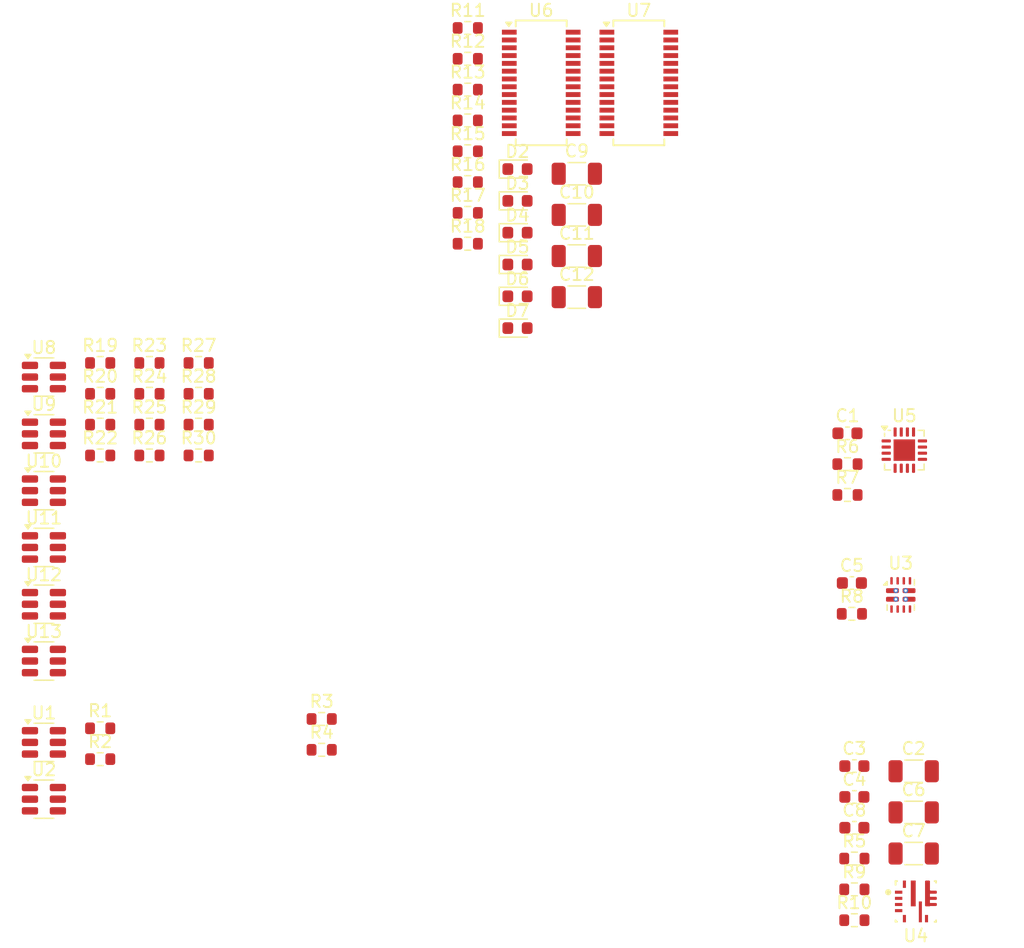
<source format=kicad_pcb>
(kicad_pcb (version 20241229) (generator "pcbnew") (generator_version "9.0")
  (layers (0 "F.Cu" signal) (2 "B.Cu" signal) (13 "F.Paste" user) (15 "B.Paste" user) (5 "F.SilkS" user "F.Silkscreen") (7 "B.SilkS" user "B.Silkscreen") (1 "F.Mask" user) (3 "B.Mask" user) (25 "Edge.Cuts" user))
  (net 0 "")
  (net 1 "/Power management/PD_VBUS")
  (net 2 "GND")
  (net 3 "/Power management/VOUT")
  (net 4 "Net-(U4-SW)")
  (net 5 "Net-(U4-BOOT)")
  (net 6 "Net-(U3-SS)")
  (net 7 "/Downstream-facing ports/DFP_VBUS")
  (net 8 "Net-(U4-SS)")
  (net 9 "Net-(U6-VD33)")
  (net 10 "Net-(U6-VD18)")
  (net 11 "Net-(U7-VD33)")
  (net 12 "Net-(U7-VD18)")
  (net 13 "/USB hub/HUB1_DRV")
  (net 14 "Net-(D2-K)")
  (net 15 "Net-(D3-K)")
  (net 16 "/USB hub/HUB2_DRV")
  (net 17 "Net-(D6-K)")
  (net 18 "Net-(D10-A)")
  (net 19 "/Upstream-facing ports/CC1")
  (net 20 "/Upstream-facing ports/CC2")
  (net 21 "Net-(D1-A)")
  (net 22 "/Power management/GATE")
  (net 23 "Net-(U4-FB)")
  (net 24 "Net-(U5-SDA{slash}SNK_VSET)")
  (net 25 "Net-(U5-SCL{slash}SNK_ISET)")
  (net 26 "Net-(U3-ILIM)")
  (net 27 "Net-(U4-MODE)")
  (net 28 "/USB hub/HUB1_LED1")
  (net 29 "/USB hub/HUB2_LED1")
  (net 30 "/USB hub/HUB1_LED2")
  (net 31 "/USB hub/HUB2_LED2")
  (net 32 "Net-(D9-K)")
  (net 33 "Net-(D11-K)")
  (net 34 "Net-(U6-REXT)")
  (net 35 "Net-(U7-REXT)")
  (net 36 "/Downstream-facing ports/P1CC1")
  (net 37 "/Downstream-facing ports/P1CC2")
  (net 38 "/Downstream-facing ports/P2CC1")
  (net 39 "/Downstream-facing ports/P2CC2")
  (net 40 "/Downstream-facing ports/P3CC1")
  (net 41 "/Downstream-facing ports/P3CC2")
  (net 42 "/Downstream-facing ports/P4CC1")
  (net 43 "/Downstream-facing ports/P4CC2")
  (net 44 "/Downstream-facing ports/P5CC1")
  (net 45 "/Downstream-facing ports/P5CC2")
  (net 46 "/Downstream-facing ports/P6CC1")
  (net 47 "/Downstream-facing ports/P6CC2")
  (net 48 "/Power management/PD_CC2")
  (net 49 "/Power management/PD_D+")
  (net 50 "/Power management/PD_CC1")
  (net 51 "/Power management/PD_D-")
  (net 52 "/USB hub/USB_D+")
  (net 53 "/Power management/UFP_VBUS")
  (net 54 "/USB hub/USB_D-")
  (net 55 "/Power management/PD_SYS")
  (net 65 "/Downstream-facing ports/DFP2_D+")
  (net 66 "/Downstream-facing ports/DFP1_D+")
  (net 67 "/Downstream-facing ports/DFP3_D+")
  (net 68 "/Downstream-facing ports/DFP3_D-")
  (net 70 "/USB hub/CHAIN_D+")
  (net 74 "/Downstream-facing ports/DFP2_D-")
  (net 75 "Net-(U6-XIN)")
  (net 77 "/Downstream-facing ports/DFP1_D-")
  (net 78 "/USB hub/CHAIN_D-")
  (net 79 "Net-(U6-XOUT)")
  (net 81 "/Downstream-facing ports/DFP4_D-")
  (net 82 "/Downstream-facing ports/DFP6_D-")
  (net 85 "/Downstream-facing ports/DFP6_D+")
  (net 86 "Net-(U7-XIN)")
  (net 89 "/Downstream-facing ports/DFP5_D+")
  (net 90 "/Downstream-facing ports/DFP4_D+")
  (net 93 "/Downstream-facing ports/DFP5_D-")
  (net 94 "Net-(U7-XOUT)")
  (footprint "Package_TO_SOT_SMD:SOT-23-6" (layer "F.Cu") (at 111.34 96.709)
    (property "Reference" "U1" (at 0 -2.4 0) (layer "F.SilkS"))
    (property "Value" "SRV05-4")
    (pad "1" smd roundrect (at -1.1375 -0.95) (size 1.325 0.6) (layers "F.Cu" "F.Mask" "F.Paste") (net 50 "/Power management/PD_CC1"))
    (pad "2" smd roundrect (at -1.1375 0) (size 1.325 0.6) (layers "F.Cu" "F.Mask" "F.Paste") (net 2 "GND"))
    (pad "3" smd roundrect (at -1.1375 0.95) (size 1.325 0.6) (layers "F.Cu" "F.Mask" "F.Paste") (net 48 "/Power management/PD_CC2"))
    (pad "4" smd roundrect (at 1.1375 0.95) (size 1.325 0.6) (layers "F.Cu" "F.Mask" "F.Paste") (net 51 "/Power management/PD_D-"))
    (pad "5" smd roundrect (at 1.1375 0) (size 1.325 0.6) (layers "F.Cu" "F.Mask" "F.Paste") (net 1 "/Power management/PD_VBUS"))
    (pad "6" smd roundrect (at 1.1375 -0.95) (size 1.325 0.6) (layers "F.Cu" "F.Mask" "F.Paste") (net 49 "/Power management/PD_D+"))
  )
  (footprint "Resistor_SMD:R_0603_1608Metric" (layer "F.Cu") (at 115.92 73.344)
    (property "Reference" "R22" (at 0 -1.43 0) (layer "F.SilkS"))
    (property "Value" "22kΩ")
    (pad "1" smd roundrect (at -0.825 0) (size 0.8 0.95) (layers "F.Cu" "F.Mask" "F.Paste") (net 7 "/Downstream-facing ports/DFP_VBUS"))
    (pad "2" smd roundrect (at 0.825 0) (size 0.8 0.95) (layers "F.Cu" "F.Mask" "F.Paste") (net 39 "/Downstream-facing ports/P2CC2"))
  )
  (footprint "Resistor_SMD:R_0603_1608Metric" (layer "F.Cu") (at 115.92 68.324)
    (property "Reference" "R20" (at 0 -1.43 0) (layer "F.SilkS"))
    (property "Value" "22kΩ")
    (pad "1" smd roundrect (at -0.825 0) (size 0.8 0.95) (layers "F.Cu" "F.Mask" "F.Paste") (net 7 "/Downstream-facing ports/DFP_VBUS"))
    (pad "2" smd roundrect (at 0.825 0) (size 0.8 0.95) (layers "F.Cu" "F.Mask" "F.Paste") (net 37 "/Downstream-facing ports/P1CC2"))
  )
  (footprint "Resistor_SMD:R_0603_1608Metric" (layer "F.Cu") (at 145.855 43.552)
    (property "Reference" "R13" (at 0 -1.43 0) (layer "F.SilkS"))
    (property "Value" "?Ω")
    (pad "1" smd roundrect (at -0.825 0) (size 0.8 0.95) (layers "F.Cu" "F.Mask" "F.Paste") (net 30 "/USB hub/HUB1_LED2"))
    (pad "2" smd roundrect (at 0.825 0) (size 0.8 0.95) (layers "F.Cu" "F.Mask" "F.Paste") (net 17 "Net-(D6-K)"))
  )
  (footprint "Capacitor_SMD:C_1206_3216Metric" (layer "F.Cu") (at 154.735 60.452)
    (property "Reference" "C12" (at 0 -1.85 0) (layer "F.SilkS"))
    (property "Value" "10μF")
    (pad "1" smd roundrect (at -1.475 0) (size 1.15 1.8) (layers "F.Cu" "F.Mask" "F.Paste") (roundrect_rratio 0.217391) (net 2 "GND"))
    (pad "2" smd roundrect (at 1.475 0) (size 1.15 1.8) (layers "F.Cu" "F.Mask" "F.Paste") (roundrect_rratio 0.217391) (net 12 "Net-(U7-VD18)"))
  )
  (footprint "Resistor_SMD:R_0603_1608Metric" (layer "F.Cu") (at 133.96 94.804)
    (property "Reference" "R3" (at 0 -1.43 0) (layer "F.SilkS"))
    (property "Value" "~")
    (pad "1" smd roundrect (at -0.825 0) (size 0.8 0.95) (layers "F.Cu" "F.Mask" "F.Paste") (net 1 "/Power management/PD_VBUS"))
    (pad "2" smd roundrect (at 0.825 0) (size 0.8 0.95) (layers "F.Cu" "F.Mask" "F.Paste") (net 21 "Net-(D1-A)"))
  )
  (footprint "LED_SMD:LED_0603_1608Metric" (layer "F.Cu") (at 149.905 50.022)
    (property "Reference" "D2" (at 0 -1.43 0) (layer "F.SilkS"))
    (property "Value" "DFP1")
    (pad "1" smd roundrect (at -0.7875 0) (size 0.875 0.95) (layers "F.Cu" "F.Mask" "F.Paste") (net 14 "Net-(D2-K)"))
    (pad "2" smd roundrect (at 0.7875 0) (size 0.875 0.95) (layers "F.Cu" "F.Mask" "F.Paste") (net 13 "/USB hub/HUB1_DRV"))
  )
  (footprint "Resistor_SMD:R_0603_1608Metric" (layer "F.Cu") (at 177.337 106.17)
    (property "Reference" "R5" (at 0 -1.43 0) (layer "F.SilkS"))
    (property "Value" "73.2kΩ")
    (pad "1" smd roundrect (at -0.825 0) (size 0.8 0.95) (layers "F.Cu" "F.Mask" "F.Paste") (net 7 "/Downstream-facing ports/DFP_VBUS"))
    (pad "2" smd roundrect (at 0.825 0) (size 0.8 0.95) (layers "F.Cu" "F.Mask" "F.Paste") (net 23 "Net-(U4-FB)"))
  )
  (footprint "Capacitor_SMD:C_0603_1608Metric" (layer "F.Cu") (at 177.134 83.732)
    (property "Reference" "C5" (at 0 -1.43 0) (layer "F.SilkS"))
    (property "Value" "0.1μF")
    (pad "1" smd roundrect (at -0.775 0) (size 0.9 0.95) (layers "F.Cu" "F.Mask" "F.Paste") (net 6 "Net-(U3-SS)"))
    (pad "2" smd roundrect (at 0.775 0) (size 0.9 0.95) (layers "F.Cu" "F.Mask" "F.Paste") (net 2 "GND"))
  )
  (footprint "Capacitor_SMD:C_0603_1608Metric" (layer "F.Cu") (at 176.775 71.54)
    (property "Reference" "C1" (at 0 -1.43 0) (layer "F.SilkS"))
    (property "Value" "1μF")
    (pad "1" smd roundrect (at -0.775 0) (size 0.9 0.95) (layers "F.Cu" "F.Mask" "F.Paste") (net 1 "/Power management/PD_VBUS"))
    (pad "2" smd roundrect (at 0.775 0) (size 0.9 0.95) (layers "F.Cu" "F.Mask" "F.Paste") (net 2 "GND"))
  )
  (footprint "Resistor_SMD:R_0603_1608Metric" (layer "F.Cu") (at 133.96 97.314)
    (property "Reference" "R4" (at 0 -1.43 0) (layer "F.SilkS"))
    (property "Value" "~")
    (pad "1" smd roundrect (at -0.825 0) (size 0.8 0.95) (layers "F.Cu" "F.Mask" "F.Paste") (net 21 "Net-(D1-A)"))
    (pad "2" smd roundrect (at 0.825 0) (size 0.8 0.95) (layers "F.Cu" "F.Mask" "F.Paste") (net 22 "/Power management/GATE"))
  )
  (footprint "Resistor_SMD:R_0603_1608Metric" (layer "F.Cu") (at 177.337 108.68)
    (property "Reference" "R9" (at 0 -1.43 0) (layer "F.SilkS"))
    (property "Value" "10kΩ")
    (pad "1" smd roundrect (at -0.825 0) (size 0.8 0.95) (layers "F.Cu" "F.Mask" "F.Paste") (net 23 "Net-(U4-FB)"))
    (pad "2" smd roundrect (at 0.825 0) (size 0.8 0.95) (layers "F.Cu" "F.Mask" "F.Paste") (net 2 "GND"))
  )
  (footprint "Package_TO_SOT_SMD:SOT-23-6" (layer "F.Cu") (at 111.34 76.209)
    (property "Reference" "U10" (at 0 -2.4 0) (layer "F.SilkS"))
    (property "Value" "SRV05-4")
    (pad "1" smd roundrect (at -1.1375 -0.95) (size 1.325 0.6) (layers "F.Cu" "F.Mask" "F.Paste") (net 68 "/Downstream-facing ports/DFP3_D-"))
    (pad "2" smd roundrect (at -1.1375 0) (size 1.325 0.6) (layers "F.Cu" "F.Mask" "F.Paste") (net 2 "GND"))
    (pad "3" smd roundrect (at -1.1375 0.95) (size 1.325 0.6) (layers "F.Cu" "F.Mask" "F.Paste") (net 67 "/Downstream-facing ports/DFP3_D+"))
    (pad "4" smd roundrect (at 1.1375 0.95) (size 1.325 0.6) (layers "F.Cu" "F.Mask" "F.Paste") (net 40 "/Downstream-facing ports/P3CC1"))
    (pad "5" smd roundrect (at 1.1375 0) (size 1.325 0.6) (layers "F.Cu" "F.Mask" "F.Paste") (net 7 "/Downstream-facing ports/DFP_VBUS"))
    (pad "6" smd roundrect (at 1.1375 -0.95) (size 1.325 0.6) (layers "F.Cu" "F.Mask" "F.Paste") (net 41 "/Downstream-facing ports/P3CC2"))
  )
  (footprint "Resistor_SMD:R_0603_1608Metric" (layer "F.Cu") (at 176.775 76.56)
    (property "Reference" "R7" (at 0 -1.43 0) (layer "F.SilkS"))
    (property "Value" "21kΩ")
    (pad "1" smd roundrect (at -0.825 0) (size 0.8 0.95) (layers "F.Cu" "F.Mask" "F.Paste") (net 25 "Net-(U5-SCL{slash}SNK_ISET)"))
    (pad "2" smd roundrect (at 0.825 0) (size 0.8 0.95) (layers "F.Cu" "F.Mask" "F.Paste") (net 2 "GND"))
  )
  (footprint "Package_TO_SOT_SMD:SOT-23-6" (layer "F.Cu") (at 111.34 90.084)
    (property "Reference" "U13" (at 0 -2.4 0) (layer "F.SilkS"))
    (property "Value" "SRV05-4")
    (pad "1" smd roundrect (at -1.1375 -0.95) (size 1.325 0.6) (layers "F.Cu" "F.Mask" "F.Paste") (net 82 "/Downstream-facing ports/DFP6_D-"))
    (pad "2" smd roundrect (at -1.1375 0) (size 1.325 0.6) (layers "F.Cu" "F.Mask" "F.Paste") (net 2 "GND"))
    (pad "3" smd roundrect (at -1.1375 0.95) (size 1.325 0.6) (layers "F.Cu" "F.Mask" "F.Paste") (net 85 "/Downstream-facing ports/DFP6_D+"))
    (pad "4" smd roundrect (at 1.1375 0.95) (size 1.325 0.6) (layers "F.Cu" "F.Mask" "F.Paste") (net 46 "/Downstream-facing ports/P6CC1"))
    (pad "5" smd roundrect (at 1.1375 0) (size 1.325 0.6) (layers "F.Cu" "F.Mask" "F.Paste") (net 7 "/Downstream-facing ports/DFP_VBUS"))
    (pad "6" smd roundrect (at 1.1375 -0.95) (size 1.325 0.6) (layers "F.Cu" "F.Mask" "F.Paste") (net 47 "/Downstream-facing ports/P6CC2"))
  )
  (footprint "Package_TO_SOT_SMD:SOT-23-6" (layer "F.Cu") (at 111.34 80.834)
    (property "Reference" "U11" (at 0 -2.4 0) (layer "F.SilkS"))
    (property "Value" "SRV05-4")
    (pad "1" smd roundrect (at -1.1375 -0.95) (size 1.325 0.6) (layers "F.Cu" "F.Mask" "F.Paste") (net 81 "/Downstream-facing ports/DFP4_D-"))
    (pad "2" smd roundrect (at -1.1375 0) (size 1.325 0.6) (layers "F.Cu" "F.Mask" "F.Paste") (net 2 "GND"))
    (pad "3" smd roundrect (at -1.1375 0.95) (size 1.325 0.6) (layers "F.Cu" "F.Mask" "F.Paste") (net 90 "/Downstream-facing ports/DFP4_D+"))
    (pad "4" smd roundrect (at 1.1375 0.95) (size 1.325 0.6) (layers "F.Cu" "F.Mask" "F.Paste") (net 42 "/Downstream-facing ports/P4CC1"))
    (pad "5" smd roundrect (at 1.1375 0) (size 1.325 0.6) (layers "F.Cu" "F.Mask" "F.Paste") (net 7 "/Downstream-facing ports/DFP_VBUS"))
    (pad "6" smd roundrect (at 1.1375 -0.95) (size 1.325 0.6) (layers "F.Cu" "F.Mask" "F.Paste") (net 43 "/Downstream-facing ports/P4CC2"))
  )
  (footprint "LED_SMD:LED_0603_1608Metric" (layer "F.Cu") (at 149.905 57.792)
    (property "Reference" "D5" (at 0 -1.43 0) (layer "F.SilkS"))
    (property "Value" "DFP5")
    (pad "1" smd roundrect (at -0.7875 0) (size 0.875 0.95) (layers "F.Cu" "F.Mask" "F.Paste") (net 16 "/USB hub/HUB2_DRV"))
    (pad "2" smd roundrect (at 0.7875 0) (size 0.875 0.95) (layers "F.Cu" "F.Mask" "F.Paste") (net 15 "Net-(D3-K)"))
  )
  (footprint "Resistor_SMD:R_0603_1608Metric" (layer "F.Cu") (at 123.94 65.814)
    (property "Reference" "R27" (at 0 -1.43 0) (layer "F.SilkS"))
    (property "Value" "22kΩ")
    (pad "1" smd roundrect (at -0.825 0) (size 0.8 0.95) (layers "F.Cu" "F.Mask" "F.Paste") (net 7 "/Downstream-facing ports/DFP_VBUS"))
    (pad "2" smd roundrect (at 0.825 0) (size 0.8 0.95) (layers "F.Cu" "F.Mask" "F.Paste") (net 44 "/Downstream-facing ports/P5CC1"))
  )
  (footprint "Capacitor_SMD:C_1206_3216Metric" (layer "F.Cu") (at 154.735 53.752)
    (property "Reference" "C10" (at 0 -1.85 0) (layer "F.SilkS"))
    (property "Value" "10μF")
    (pad "1" smd roundrect (at -1.475 0) (size 1.15 1.8) (layers "F.Cu" "F.Mask" "F.Paste") (roundrect_rratio 0.217391) (net 2 "GND"))
    (pad "2" smd roundrect (at 1.475 0) (size 1.15 1.8) (layers "F.Cu" "F.Mask" "F.Paste") (roundrect_rratio 0.217391) (net 10 "Net-(U6-VD18)"))
  )
  (footprint "Resistor_SMD:R_0603_1608Metric" (layer "F.Cu") (at 123.94 70.834)
    (property "Reference" "R29" (at 0 -1.43 0) (layer "F.SilkS"))
    (property "Value" "22kΩ")
    (pad "1" smd roundrect (at -0.825 0) (size 0.8 0.95) (layers "F.Cu" "F.Mask" "F.Paste") (net 7 "/Downstream-facing ports/DFP_VBUS"))
    (pad "2" smd roundrect (at 0.825 0) (size 0.8 0.95) (layers "F.Cu" "F.Mask" "F.Paste") (net 46 "/Downstream-facing ports/P6CC1"))
  )
  (footprint "Resistor_SMD:R_0603_1608Metric" (layer "F.Cu") (at 115.92 65.814)
    (property "Reference" "R19" (at 0 -1.43 0) (layer "F.SilkS"))
    (property "Value" "22kΩ")
    (pad "1" smd roundrect (at -0.825 0) (size 0.8 0.95) (layers "F.Cu" "F.Mask" "F.Paste") (net 7 "/Downstream-facing ports/DFP_VBUS"))
    (pad "2" smd roundrect (at 0.825 0) (size 0.8 0.95) (layers "F.Cu" "F.Mask" "F.Paste") (net 36 "/Downstream-facing ports/P1CC1"))
  )
  (footprint "Package_TO_SOT_SMD:SOT-23-6" (layer "F.Cu") (at 111.34 66.959)
    (property "Reference" "U8" (at 0 -2.4 0) (layer "F.SilkS"))
    (property "Value" "SRV05-4")
    (pad "1" smd roundrect (at -1.1375 -0.95) (size 1.325 0.6) (layers "F.Cu" "F.Mask" "F.Paste") (net 77 "/Downstream-facing ports/DFP1_D-"))
    (pad "2" smd roundrect (at -1.1375 0) (size 1.325 0.6) (layers "F.Cu" "F.Mask" "F.Paste") (net 2 "GND"))
    (pad "3" smd roundrect (at -1.1375 0.95) (size 1.325 0.6) (layers "F.Cu" "F.Mask" "F.Paste") (net 66 "/Downstream-facing ports/DFP1_D+"))
    (pad "4" smd roundrect (at 1.1375 0.95) (size 1.325 0.6) (layers "F.Cu" "F.Mask" "F.Paste") (net 36 "/Downstream-facing ports/P1CC1"))
    (pad "5" smd roundrect (at 1.1375 0) (size 1.325 0.6) (layers "F.Cu" "F.Mask" "F.Paste") (net 7 "/Downstream-facing ports/DFP_VBUS"))
    (pad "6" smd roundrect (at 1.1375 -0.95) (size 1.325 0.6) (layers "F.Cu" "F.Mask" "F.Paste") (net 37 "/Downstream-facing ports/P1CC2"))
  )
  (footprint "Package_DFN_QFN:Texas_VQFN-HR-12_2x2.5mm_P0.5mm_ThermalVias" (layer "F.Cu") (at 181.114 84.702)
    (property "Reference" "U3" (at 0 -2.58 0) (layer "F.SilkS"))
    (property "Value" "TPS2121")
    (pad "1" smd roundrect (at -0.675 -0.35) (size 1.05 0.4) (layers "F.Cu" "F.Mask" "F.Paste") (net 3 "/Power management/VOUT"))
    (pad "1" thru_hole circle (at -0.4 -0.35) (size 0.4 0.4) (drill 0.2) (layers "*.Cu") (net 3 "/Power management/VOUT"))
    (pad "2" smd roundrect (at -0.675 0.35) (size 1.05 0.4) (layers "F.Cu" "F.Mask" "F.Paste") (net 53 "/Power management/UFP_VBUS"))
    (pad "2" thru_hole circle (at -0.4 0.35) (size 0.4 0.4) (drill 0.2) (layers "*.Cu") (net 53 "/Power management/UFP_VBUS"))
    (pad "3" smd roundrect (at -0.75 1.15) (size 0.2 0.6) (layers "F.Cu" "F.Mask" "F.Paste") (net 2 "GND"))
    (pad "4" smd roundrect (at -0.25 1.15) (size 0.2 0.6) (layers "F.Cu" "F.Mask" "F.Paste") (net 2 "GND"))
    (pad "5" smd roundrect (at 0.25 1.15) (size 0.2 0.6) (layers "F.Cu" "F.Mask" "F.Paste") (net 2 "GND"))
    (pad "6" smd roundrect (at 0.75 1.15) (size 0.2 0.6) (layers "F.Cu" "F.Mask" "F.Paste") (net 2 "GND"))
    (pad "7" thru_hole circle (at 0.4 0.35) (size 0.4 0.4) (drill 0.2) (layers "*.Cu") (net 55 "/Power management/PD_SYS"))
    (pad "7" smd roundrect (at 0.675 0.35) (size 1.05 0.4) (layers "F.Cu" "F.Mask" "F.Paste") (net 55 "/Power management/PD_SYS"))
    (pad "8" thru_hole circle (at 0.4 -0.35) (size 0.4 0.4) (drill 0.2) (layers "*.Cu") (net 3 "/Power management/VOUT"))
    (pad "8" smd roundrect (at 0.675 -0.35) (size 1.05 0.4) (layers "F.Cu" "F.Mask" "F.Paste") (net 3 "/Power management/VOUT"))
    (pad "9" smd roundrect (at 0.75 -1.15) (size 0.2 0.6) (layers "F.Cu" "F.Mask" "F.Paste"))
    (pad "10" smd roundrect (at 0.25 -1.15) (size 0.2 0.6) (layers "F.Cu" "F.Mask" "F.Paste") (net 26 "Net-(U3-ILIM)"))
    (pad "11" smd roundrect (at -0.25 -1.15) (size 0.2 0.6) (layers "F.Cu" "F.Mask" "F.Paste") (net 6 "Net-(U3-SS)"))
    (pad "12" smd roundrect (at -0.75 -1.15) (size 0.2 0.6) (layers "F.Cu" "F.Mask" "F.Paste") (net 2 "GND"))
  )
  (footprint "Resistor_SMD:R_0603_1608Metric" (layer "F.Cu") (at 145.855 38.532)
    (property "Reference" "R11" (at 0 -1.43 0) (layer "F.SilkS"))
    (property "Value" "?Ω")
    (pad "1" smd roundrect (at -0.825 0) (size 0.8 0.95) (layers "F.Cu" "F.Mask" "F.Paste") (net 28 "/USB hub/HUB1_LED1"))
    (pad "2" smd roundrect (at 0.825 0) (size 0.8 0.95) (layers "F.Cu" "F.Mask" "F.Paste") (net 14 "Net-(D2-K)"))
  )
  (footprint "Resistor_SMD:R_0603_1608Metric" (layer "F.Cu") (at 176.775 74.05)
    (property "Reference" "R6" (at 0 -1.43 0) (layer "F.SilkS"))
    (property "Value" "19kΩ")
    (pad "1" smd roundrect (at -0.825 0) (size 0.8 0.95) (layers "F.Cu" "F.Mask" "F.Paste") (net 24 "Net-(U5-SDA{slash}SNK_VSET)"))
    (pad "2" smd roundrect (at 0.825 0) (size 0.8 0.95) (layers "F.Cu" "F.Mask" "F.Paste") (net 2 "GND"))
  )
  (footprint "LED_SMD:LED_0603_1608Metric" (layer "F.Cu") (at 149.905 52.612)
    (property "Reference" "D3" (at 0 -1.43 0) (layer "F.SilkS"))
    (property "Value" "DFP4")
    (pad "1" smd roundrect (at -0.7875 0) (size 0.875 0.95) (layers "F.Cu" "F.Mask" "F.Paste") (net 15 "Net-(D3-K)"))
    (pad "2" smd roundrect (at 0.7875 0) (size 0.875 0.95) (layers "F.Cu" "F.Mask" "F.Paste") (net 16 "/USB hub/HUB2_DRV"))
  )
  (footprint "Package_SO:SSOP-28_3.9x9.9mm_P0.635mm" (layer "F.Cu") (at 159.785 43.002)
    (property "Reference" "U7" (at 0 -5.9 0) (layer "F.SilkS"))
    (property "Value" "FE1.1s HUB2")
    (pad "1" smd rect (at -2.6 -4.1275) (size 1.2 0.4) (layers "F.Cu" "F.Mask" "F.Paste") (net 2 "GND"))
    (pad "2" smd rect (at -2.6 -3.4925) (size 1.2 0.4) (layers "F.Cu" "F.Mask" "F.Paste") (net 94 "Net-(U7-XOUT)"))
    (pad "3" smd rect (at -2.6 -2.8575) (size 1.2 0.4) (layers "F.Cu" "F.Mask" "F.Paste") (net 86 "Net-(U7-XIN)"))
    (pad "4" smd rect (at -2.6 -2.2225) (size 1.2 0.4) (layers "F.Cu" "F.Mask" "F.Paste"))
    (pad "5" smd rect (at -2.6 -1.5875) (size 1.2 0.4) (layers "F.Cu" "F.Mask" "F.Paste"))
    (pad "6" smd rect (at -2.6 -0.9525) (size 1.2 0.4) (layers "F.Cu" "F.Mask" "F.Paste") (net 82 "/Downstream-facing ports/DFP6_D-"))
    (pad "7" smd rect (at -2.6 -0.3175) (size 1.2 0.4) (layers "F.Cu" "F.Mask" "F.Paste") (net 85 "/Downstream-facing ports/DFP6_D+"))
    (pad "8" smd rect (at -2.6 0.3175) (size 1.2 0.4) (layers "F.Cu" "F.Mask" "F.Paste") (net 93 "/Downstream-facing ports/DFP5_D-"))
    (pad "9" smd rect (at -2.6 0.9525) (size 1.2 0.4) (layers "F.Cu" "F.Mask" "F.Paste") (net 89 "/Downstream-facing ports/DFP5_D+"))
    (pad "10" smd rect (at -2.6 1.5875) (size 1.2 0.4) (layers "F.Cu" "F.Mask" "F.Paste") (net 81 "/Downstream-facing ports/DFP4_D-"))
    (pad "11" smd rect (at -2.6 2.2225) (size 1.2 0.4) (layers "F.Cu" "F.Mask" "F.Paste") (net 90 "/Downstream-facing ports/DFP4_D+"))
    (pad "12" smd rect (at -2.6 2.8575) (size 1.2 0.4) (layers "F.Cu" "F.Mask" "F.Paste") (net 12 "Net-(U7-VD18)"))
    (pad "13" smd rect (at -2.6 3.4925) (size 1.2 0.4) (layers "F.Cu" "F.Mask" "F.Paste") (net 11 "Net-(U7-VD33)"))
    (pad "14" smd rect (at -2.6 4.1275) (size 1.2 0.4) (layers "F.Cu" "F.Mask" "F.Paste") (net 35 "Net-(U7-REXT)"))
    (pad "15" smd rect (at 2.6 4.1275) (size 1.2 0.4) (layers "F.Cu" "F.Mask" "F.Paste") (net 78 "/USB hub/CHAIN_D-"))
    (pad "16" smd rect (at 2.6 3.4925) (size 1.2 0.4) (layers "F.Cu" "F.Mask" "F.Paste") (net 70 "/USB hub/CHAIN_D+"))
    (pad "17" smd rect (at 2.6 2.8575) (size 1.2 0.4) (layers "F.Cu" "F.Mask" "F.Paste"))
    (pad "18" smd rect (at 2.6 2.2225) (size 1.2 0.4) (layers "F.Cu" "F.Mask" "F.Paste") (net 7 "/Downstream-facing ports/DFP_VBUS"))
    (pad "19" smd rect (at 2.6 1.5875) (size 1.2 0.4) (layers "F.Cu" "F.Mask" "F.Paste"))
    (pad "20" smd rect (at 2.6 0.9525) (size 1.2 0.4) (layers "F.Cu" "F.Mask" "F.Paste") (net 7 "/Downstream-facing ports/DFP_VBUS"))
    (pad "21" smd rect (at 2.6 0.3175) (size 1.2 0.4) (layers "F.Cu" "F.Mask" "F.Paste") (net 11 "Net-(U7-VD33)"))
    (pad "22" smd rect (at 2.6 -0.3175) (size 1.2 0.4) (layers "F.Cu" "F.Mask" "F.Paste") (net 16 "/USB hub/HUB2_DRV"))
    (pad "23" smd rect (at 2.6 -0.9525) (size 1.2 0.4) (layers "F.Cu" "F.Mask" "F.Paste") (net 29 "/USB hub/HUB2_LED1"))
    (pad "24" smd rect (at 2.6 -1.5875) (size 1.2 0.4) (layers "F.Cu" "F.Mask" "F.Paste") (net 31 "/USB hub/HUB2_LED2"))
    (pad "25" smd rect (at 2.6 -2.2225) (size 1.2 0.4) (layers "F.Cu" "F.Mask" "F.Paste"))
    (pad "26" smd rect (at 2.6 -2.8575) (size 1.2 0.4) (layers "F.Cu" "F.Mask" "F.Paste"))
    (pad "27" smd rect (at 2.6 -3.4925) (size 1.2 0.4) (layers "F.Cu" "F.Mask" "F.Paste"))
    (pad "28" smd rect (at 2.6 -4.1275) (size 1.2 0.4) (layers "F.Cu" "F.Mask" "F.Paste") (net 12 "Net-(U7-VD18)"))
  )
  (footprint "Capacitor_SMD:C_1206_3216Metric" (layer "F.Cu") (at 182.167 105.76)
    (property "Reference" "C7" (at 0 -1.85 0) (layer "F.SilkS"))
    (property "Value" "22μF")
    (pad "1" smd roundrect (at -1.475 0) (size 1.15 1.8) (layers "F.Cu" "F.Mask" "F.Paste") (roundrect_rratio 0.217391) (net 7 "/Downstream-facing ports/DFP_VBUS"))
    (pad "2" smd roundrect (at 1.475 0) (size 1.15 1.8) (layers "F.Cu" "F.Mask" "F.Paste") (roundrect_rratio 0.217391) (net 2 "GND"))
  )
  (footprint "Package_DFN_QFN:WQFN-16-1EP_3x3mm_P0.5mm_EP1.75x1.75mm" (layer "F.Cu") (at 181.405 72.91)
    (property "Reference" "U5" (at 0 -2.8 0) (layer "F.SilkS"))
    (property "Value" "HUSB238A-xxxxx-QN16R")
    (pad "1" smd roundrect (at -1.475 -0.75) (size 0.75 0.25) (layers "F.Cu" "F.Mask" "F.Paste") (net 49 "/Power management/PD_D+"))
    (pad "2" smd roundrect (at -1.475 -0.25) (size 0.75 0.25) (layers "F.Cu" "F.Mask" "F.Paste") (net 51 "/Power management/PD_D-"))
    (pad "3" smd roundrect (at -1.475 0.25) (size 0.75 0.25) (layers "F.Cu" "F.Mask" "F.Paste") (net 50 "/Power management/PD_CC1"))
    (pad "4" smd roundrect (at -1.475 0.75) (size 0.75 0.25) (layers "F.Cu" "F.Mask" "F.Paste") (net 48 "/Power management/PD_CC2"))
    (pad "5" smd roundrect (at -0.75 1.475) (size 0.25 0.75) (layers "F.Cu" "F.Mask" "F.Paste"))
    (pad "6" smd roundrect (at -0.25 1.475) (size 0.25 0.75) (layers "F.Cu" "F.Mask" "F.Paste"))
    (pad "7" smd roundrect (at 0.25 1.475) (size 0.25 0.75) (layers "F.Cu" "F.Mask" "F.Paste"))
    (pad "8" smd roundrect (at 0.75 1.475) (size 0.25 0.75) (layers "F.Cu" "F.Mask" "F.Paste"))
    (pad "9" smd roundrect (at 1.475 0.75) (size 0.75 0.25) (layers "F.Cu" "F.Mask" "F.Paste") (net 24 "Net-(U5-SDA{slash}SNK_VSET)"))
    (pad "10" smd roundrect (at 1.475 0.25) (size 0.75 0.25) (layers "F.Cu" "F.Mask" "F.Paste") (net 25 "Net-(U5-SCL{slash}SNK_ISET)"))
    (pad "11" smd roundrect (at 1.475 -0.25) (size 0.75 0.25) (layers "F.Cu" "F.Mask" "F.Paste"))
    (pad "12" smd roundrect (at 1.475 -0.75) (size 0.75 0.25) (layers "F.Cu" "F.Mask" "F.Paste") (net 2 "GND"))
    (pad "13" smd roundrect (at 0.75 -1.475) (size 0.25 0.75) (layers "F.Cu" "F.Mask" "F.Paste"))
    (pad "14" smd roundrect (at 0.25 -1.475) (size 0.25 0.75) (layers "F.Cu" "F.Mask" "F.Paste"))
    (pad "15" smd roundrect (at -0.25 -1.475) (size 0.25 0.75) (layers "F.Cu" "F.Mask" "F.Paste") (net 22 "/Power management/GATE"))
    (pad "16" smd roundrect (at -0.75 -1.475) (size 0.25 0.75) (layers "F.Cu" "F.Mask" "F.Paste") (net 1 "/Power management/PD_VBUS"))
    (pad "17" smd rect (at 0 0) (size 1.75 1.75) (property pad_prop_heatsink) (layers "F.Cu" "F.Mask") (net 2 "GND"))
  )
  (footprint "Resistor_SMD:R_0603_1608Metric" (layer "F.Cu") (at 177.337 111.19)
    (property "Reference" "R10" (at 0 -1.43 0) (layer "F.SilkS"))
    (property "Value" "52.3kΩ")
    (pad "1" smd roundrect (at -0.825 0) (size 0.8 0.95) (layers "F.Cu" "F.Mask" "F.Paste") (net 27 "Net-(U4-MODE)"))
    (pad "2" smd roundrect (at 0.825 0) (size 0.8 0.95) (layers "F.Cu" "F.Mask" "F.Paste") (net 2 "GND"))
  )
  (footprint "LED_SMD:LED_0603_1608Metric" (layer "F.Cu") (at 149.905 55.202)
    (property "Reference" "D4" (at 0 -1.43 0) (layer "F.SilkS"))
    (property "Value" "DFP2")
    (pad "1" smd roundrect (at -0.7875 0) (size 0.875 0.95) (layers "F.Cu" "F.Mask" "F.Paste") (net 13 "/USB hub/HUB1_DRV"))
    (pad "2" smd roundrect (at 0.7875 0) (size 0.875 0.95) (layers "F.Cu" "F.Mask" "F.Paste") (net 14 "Net-(D2-K)"))
  )
  (footprint "TPS56A37:TPS56A37" (layer "F.Cu") (at 182.342002 109.659999)
    (property "Reference" "U4" (at 0 2.794 0) (layer "F.SilkS"))
    (property "Value" "TPS56A37RPAR" (hide yes))
    (fp_poly (pts (xy 0.800001 -1.699999) (xy 0.750001 -1.649999) (xy 0.750001 0.349999) (xy 0.800001 0.399999) (xy 1.15 0.399999) (xy 1.15 0.375001) (xy 1.659999 0.375001) (xy 1.709999 0.325001) (xy 1.709999 0.175001) (xy 1.659999 0.125001) (xy 1.15 0.125001) (xy 1.15 -0.125001) (xy 1.659999 -0.125001) (xy 1.709999 -0.175001) (xy 1.709999 -0.325001) (xy 1.659999 -0.375001) (xy 1.15 -0.375001) (xy 1.15 -0.625) (xy 1.659999 -0.625) (xy 1.709999 -0.675) (xy 1.709999 -0.825) (xy 1.659999 -0.875) (xy 1.2 -0.875) (xy 1.15 -0.924999) (xy 1.15 -1.649999) (xy 1.1 -1.699999)) (fill yes) (layer "F.Cu"))
    (pad "1" smd rect (at -1.4 -0.750001) (size 0.599999 0.249999) (layers "F.Cu" "F.Mask" "F.Paste") (net 3 "/Power management/VOUT"))
    (pad "2" smd rect (at -1.4 -0.25) (size 0.599999 0.249999) (layers "F.Cu" "F.Mask" "F.Paste") (net 23 "Net-(U4-FB)"))
    (pad "3" smd rect (at -1.4 0.25) (size 0.599999 0.249999) (layers "F.Cu" "F.Mask" "F.Paste") (net 2 "GND"))
    (pad "4" smd rect (at -1.4 0.750001) (size 0.599999 0.249999) (layers "F.Cu" "F.Mask" "F.Paste"))
    (pad "5" smd rect (at -0.930001 1.4 90) (size 0.599999 0.249999) (layers "F.Cu" "F.Mask" "F.Paste") (net 8 "Net-(U4-SS)"))
    (pad "6" smd rect (at 0.369999 0.850001) (size 0.249999 1.699999) (layers "F.Cu" "F.Mask") (net 4 "Net-(U4-SW)"))
    (pad "7" smd rect (at 0.870001 1.4 90) (size 0.599999 0.249999) (layers "F.Cu" "F.Mask" "F.Paste") (net 5 "Net-(U4-BOOT)"))
    (pad "8" smd circle (at 0.989998 -0.800001) (size 0.349905 0.349905) (layers "F.Cu" "F.Mask" "F.Paste") (net 3 "/Power management/VOUT"))
    (pad "9" smd rect (at -0.21 -0.650001) (size 0.399999 2.100001) (layers "F.Cu" "F.Mask") (net 2 "GND"))
    (pad "10" smd rect (at -0.930001 -1.4 90) (size 0.599999 0.249999) (layers "F.Cu" "F.Mask" "F.Paste") (net 27 "Net-(U4-MODE)"))
  )
  (footprint "Capacitor_SMD:C_0603_1608Metric" (layer "F.Cu") (at 177.337 103.66)
    (property "Reference" "C8" (at 0 -1.43 0) (layer "F.SilkS"))
    (property "Value" "47nF")
    (pad "1" smd roundrect (at -0.775 0) (size 0.9 0.95) (layers "F.Cu" "F.Mask" "F.Paste") (net 8 "Net-(U4-SS)"))
    (pad "2" smd roundrect (at 0.775 0) (size 0.9 0.95) (layers "F.Cu" "F.Mask" "F.Paste") (net 2 "GND"))
  )
  (footprint "Resistor_SMD:R_0603_1608Metric" (layer "F.Cu") (at 123.94 73.344)
    (property "Reference" "R30" (at 0 -1.43 0) (layer "F.SilkS"))
    (property "Value" "22kΩ")
    (pad "1" smd roundrect (at -0.825 0) (size 0.8 0.95) (layers "F.Cu" "F.Mask" "F.Paste") (net 7 "/Downstream-facing ports/DFP_VBUS"))
    (pad "2" smd roundrect (at 0.825 0) (size 0.8 0.95) (layers "F.Cu" "F.Mask" "F.Paste") (net 47 "/Downstream-facing ports/P6CC2"))
  )
  (footprint "Capacitor_SMD:C_0603_1608Metric" (layer "F.Cu") (at 177.337 101.15)
    (property "Reference" "C4" (at 0 -1.43 0) (layer "F.SilkS"))
    (property "Value" "0.1μF")
    (pad "1" smd roundrect (at -0.775 0) (size 0.9 0.95) (layers "F.Cu" "F.Mask" "F.Paste") (net 5 "Net-(U4-BOOT)"))
    (pad "2" smd roundrect (at 0.775 0) (size 0.9 0.95) (layers "F.Cu" "F.Mask" "F.Paste") (net 4 "Net-(U4-SW)"))
  )
  (footprint "Capacitor_SMD:C_1206_3216Metric" (layer "F.Cu") (at 182.167 99.06)
    (property "Reference" "C2" (at 0 -1.85 0) (layer "F.SilkS"))
    (property "Value" "10μF")
    (pad "1" smd roundrect (at -1.475 0) (size 1.15 1.8) (layers "F.Cu" "F.Mask" "F.Paste") (roundrect_rratio 0.217391) (net 3 "/Power management/VOUT"))
    (pad "2" smd roundrect (at 1.475 0) (size 1.15 1.8) (layers "F.Cu" "F.Mask" "F.Paste") (roundrect_rratio 0.217391) (net 2 "GND"))
  )
  (footprint "Package_TO_SOT_SMD:SOT-23-6" (layer "F.Cu") (at 111.34 71.584)
    (property "Reference" "U9" (at 0 -2.4 0) (layer "F.SilkS"))
    (property "Value" "SRV05-4")
    (pad "1" smd roundrect (at -1.1375 -0.95) (size 1.325 0.6) (layers "F.Cu" "F.Mask" "F.Paste") (net 74 "/Downstream-facing ports/DFP2_D-"))
    (pad "2" smd roundrect (at -1.1375 0) (size 1.325 0.6) (layers "F.Cu" "F.Mask" "F.Paste") (net 2 "GND"))
    (pad "3" smd roundrect (at -1.1375 0.95) (size 1.325 0.6) (layers "F.Cu" "F.Mask" "F.Paste") (net 65 "/Downstream-facing ports/DFP2_D+"))
    (pad "4" smd roundrect (at 1.1375 0.95) (size 1.325 0.6) (layers "F.Cu" "F.Mask" "F.Paste") (net 38 "/Downstream-facing ports/P2CC1"))
    (pad "5" smd roundrect (at 1.1375 0) (size 1.325 0.6) (layers "F.Cu" "F.Mask" "F.Paste") (net 7 "/Downstream-facing ports/DFP_VBUS"))
    (pad "6" smd roundrect (at 1.1375 -0.95) (size 1.325 0.6) (layers "F.Cu" "F.Mask" "F.Paste") (net 39 "/Downstream-facing ports/P2CC2"))
  )
  (footprint "Capacitor_SMD:C_1206_3216Metric" (layer "F.Cu") (at 154.735 50.402)
    (property "Reference" "C9" (at 0 -1.85 0) (layer "F.SilkS"))
    (property "Value" "10μF")
    (pad "1" smd roundrect (at -1.475 0) (size 1.15 1.8) (layers "F.Cu" "F.Mask" "F.Paste") (roundrect_rratio 0.217391) (net 2 "GND"))
    (pad "2" smd roundrect (at 1.475 0) (size 1.15 1.8) (layers "F.Cu" "F.Mask" "F.Paste") (roundrect_rratio 0.217391) (net 9 "Net-(U6-VD33)"))
  )
  (footprint "Resistor_SMD:R_0603_1608Metric" (layer "F.Cu") (at 115.92 95.564)
    (property "Reference" "R1" (at 0 -1.43 0) (layer "F.SilkS"))
    (property "Value" "5.1kΩ")
    (pad "1" smd roundrect (at -0.825 0) (size 0.8 0.95) (layers "F.Cu" "F.Mask" "F.Paste") (net 2 "GND"))
    (pad "2" smd roundrect (at 0.825 0) (size 0.8 0.95) (layers "F.Cu" "F.Mask" "F.Paste") (net 19 "/Upstream-facing ports/CC1"))
  )
  (footprint "LED_SMD:LED_0603_1608Metric" (layer "F.Cu") (at 149.905 60.382)
    (property "Reference" "D6" (at 0 -1.43 0) (layer "F.SilkS"))
    (property "Value" "DFP3")
    (pad "1" smd roundrect (at -0.7875 0) (size 0.875 0.95) (layers "F.Cu" "F.Mask" "F.Paste") (net 17 "Net-(D6-K)"))
    (pad "2" smd roundrect (at 0.7875 0) (size 0.875 0.95) (layers "F.Cu" "F.Mask" "F.Paste") (net 13 "/USB hub/HUB1_DRV"))
  )
  (footprint "LED_SMD:LED_0603_1608Metric" (layer "F.Cu") (at 149.905 62.972)
    (property "Reference" "D7" (at 0 -1.43 0) (layer "F.SilkS"))
    (property "Value" "DFP6")
    (pad "1" smd roundrect (at -0.7875 0) (size 0.875 0.95) (layers "F.Cu" "F.Mask" "F.Paste") (net 18 "Net-(D10-A)"))
    (pad "2" smd roundrect (at 0.7875 0) (size 0.875 0.95) (layers "F.Cu" "F.Mask" "F.Paste") (net 16 "/USB hub/HUB2_DRV"))
  )
  (footprint "Package_TO_SOT_SMD:SOT-23-6" (layer "F.Cu") (at 111.34 101.334)
    (property "Reference" "U2" (at 0 -2.4 0) (layer "F.SilkS"))
    (property "Value" "SRV05-4")
    (pad "1" smd roundrect (at -1.1375 -0.95) (size 1.325 0.6) (layers "F.Cu" "F.Mask" "F.Paste") (net 19 "/Upstream-facing ports/CC1"))
    (pad "2" smd roundrect (at -1.1375 0) (size 1.325 0.6) (layers "F.Cu" "F.Mask" "F.Paste") (net 2 "GND"))
    (pad "3" smd roundrect (at -1.1375 0.95) (size 1.325 0.6) (layers "F.Cu" "F.Mask" "F.Paste") (net 20 "/Upstream-facing ports/CC2"))
    (pad "4" smd roundrect (at 1.1375 0.95) (size 1.325 0.6) (layers "F.Cu" "F.Mask" "F.Paste") (net 54 "/USB hub/USB_D-"))
    (pad "5" smd roundrect (at 1.1375 0) (size 1.325 0.6) (layers "F.Cu" "F.Mask" "F.Paste") (net 53 "/Power management/UFP_VBUS"))
    (pad "6" smd roundrect (at 1.1375 -0.95) (size 1.325 0.6) (layers "F.Cu" "F.Mask" "F.Paste") (net 52 "/USB hub/USB_D+"))
  )
  (footprint "Package_SO:SSOP-28_3.9x9.9mm_P0.635mm" (layer "F.Cu") (at 151.835 43.002)
    (property "Reference" "U6" (at 0 -5.9 0) (layer "F.SilkS"))
    (property "Value" "FE1.1s HUB1")
    (pad "1" smd rect (at -2.6 -4.1275) (size 1.2 0.4) (layers "F.Cu" "F.Mask" "F.Paste") (net 2 "GND"))
    (pad "2" smd rect (at -2.6 -3.4925) (size 1.2 0.4) (layers "F.Cu" "F.Mask" "F.Paste") (net 79 "Net-(U6-XOUT)"))
    (pad "3" smd rect (at -2.6 -2.8575) (size 1.2 0.4) (layers "F.Cu" "F.Mask" "F.Paste") (net 75 "Net-(U6-XIN)"))
    (pad "4" smd rect (at -2.6 -2.2225) (size 1.2 0.4) (layers "F.Cu" "F.Mask" "F.Paste") (net 78 "/USB hub/CHAIN_D-"))
    (pad "5" smd rect (at -2.6 -1.5875) (size 1.2 0.4) (layers "F.Cu" "F.Mask" "F.Paste") (net 70 "/USB hub/CHAIN_D+"))
    (pad "6" smd rect (at -2.6 -0.9525) (size 1.2 0.4) (layers "F.Cu" "F.Mask" "F.Paste") (net 68 "/Downstream-facing ports/DFP3_D-"))
    (pad "7" smd rect (at -2.6 -0.3175) (size 1.2 0.4) (layers "F.Cu" "F.Mask" "F.Paste") (net 67 "/Downstream-facing ports/DFP3_D+"))
    (pad "8" smd rect (at -2.6 0.3175) (size 1.2 0.4) (layers "F.Cu" "F.Mask" "F.Paste") (net 74 "/Downstream-facing ports/DFP2_D-"))
    (pad "9" smd rect (at -2.6 0.9525) (size 1.2 0.4) (layers "F.Cu" "F.Mask" "F.Paste") (net 65 "/Downstream-facing ports/DFP2_D+"))
    (pad "10" smd rect (at -2.6 1.5875) (size 1.2 0.4) (layers "F.Cu" "F.Mask" "F.Paste") (net 77 "/Downstream-facing ports/DFP1_D-"))
    (pad "11" smd rect (at -2.6 2.2225) (size 1.2 0.4) (layers "F.Cu" "F.Mask" "F.Paste") (net 66 "/Downstream-facing ports/DFP1_D+"))
    (pad "12" smd rect (at -2.6 2.8575) (size 1.2 0.4) (layers "F.Cu" "F.Mask" "F.Paste") (net 10 "Net-(U6-VD18)"))
    (pad "13" smd rect (at -2.6 3.4925) (size 1.2 0.4) (layers "F.Cu" "F.Mask" "F.Paste") (net 9 "Net-(U6-VD33)"))
    (pad "14" smd rect (at -2.6 4.1275) (size 1.2 0.4) (layers "F.Cu" "F.Mask" "F.Paste") (net 34 "Net-(U6-REXT)"))
    (pad "15" smd rect (at 2.6 4.1275) (size 1.2 0.4) (layers "F.Cu" "F.Mask" "F.Paste") (net 54 "/USB hub/USB_D-"))
    (pad "16" smd rect (at 2.6 3.4925) (size 1.2 0.4) (layers "F.Cu" "F.Mask" "F.Paste") (net 52 "/USB hub/USB_D+"))
    (pad "17" smd rect (at 2.6 2.8575) (size 1.2 0.4) (layers "F.Cu" "F.Mask" "F.Paste"))
    (pad "18" smd rect (at 2.6 2.2225) (size 1.2 0.4) (layers "F.Cu" "F.Mask" "F.Paste") (net 7 "/Downstream-facing ports/DFP_VBUS"))
    (pad "19" smd rect (at 2.6 1.5875) (size 1.2 0.4) (layers "F.Cu" "F.Mask" "F.Paste"))
    (pad "20" smd rect (at 2.6 0.9525) (size 1.2 0.4) (layers "F.Cu" "F.Mask" "F.Paste") (net 7 "/Downstream-facing ports/DFP_VBUS"))
    (pad "21" smd rect (at 2.6 0.3175) (size 1.2 0.4) (layers "F.Cu" "F.Mask" "F.Paste") (net 9 "Net-(U6-VD33)"))
    (pad "22" smd rect (at 2.6 -0.3175) (size 1.2 0.4) (layers "F.Cu" "F.Mask" "F.Paste") (net 13 "/USB hub/HUB1_DRV"))
    (pad "23" smd rect (at 2.6 -0.9525) (size 1.2 0.4) (layers "F.Cu" "F.Mask" "F.Paste") (net 28 "/USB hub/HUB1_LED1"))
    (pad "24" smd rect (at 2.6 -1.5875) (size 1.2 0.4) (layers "F.Cu" "F.Mask" "F.Paste") (net 30 "/USB hub/HUB1_LED2"))
    (pad "25" smd rect (at 2.6 -2.2225) (size 1.2 0.4) (layers "F.Cu" "F.Mask" "F.Paste"))
    (pad "26" smd rect (at 2.6 -2.8575) (size 1.2 0.4) (layers "F.Cu" "F.Mask" "F.Paste"))
    (pad "27" smd rect (at 2.6 -3.4925) (size 1.2 0.4) (layers "F.Cu" "F.Mask" "F.Paste"))
    (pad "28" smd rect (at 2.6 -4.1275) (size 1.2 0.4) (layers "F.Cu" "F.Mask" "F.Paste") (net 10 "Net-(U6-VD18)"))
  )
  (footprint "Resistor_SMD:R_0603_1608Metric" (layer "F.Cu") (at 145.855 46.062)
    (property "Reference" "R14" (at 0 -1.43 0) (layer "F.SilkS"))
    (property "Value" "?Ω")
    (pad "1" smd roundrect (at -0.825 0) (size 0.8 0.95) (layers "F.Cu" "F.Mask" "F.Paste") (net 31 "/USB hub/HUB2_LED2"))
    (pad "2" smd roundrect (at 0.825 0) (size 0.8 0.95) (layers "F.Cu" "F.Mask" "F.Paste") (net 18 "Net-(D10-A)"))
  )
  (footprint "Resistor_SMD:R_0603_1608Metric" (layer "F.Cu") (at 119.93 70.834)
    (property "Reference" "R25" (at 0 -1.43 0) (layer "F.SilkS"))
    (property "Value" "22kΩ")
    (pad "1" smd roundrect (at -0.825 0) (size 0.8 0.95) (layers "F.Cu" "F.Mask" "F.Paste") (net 7 "/Downstream-facing ports/DFP_VBUS"))
    (pad "2" smd roundrect (at 0.825 0) (size 0.8 0.95) (layers "F.Cu" "F.Mask" "F.Paste") (net 42 "/Downstream-facing ports/P4CC1"))
  )
  (footprint "Resistor_SMD:R_0603_1608Metric" (layer "F.Cu") (at 115.92 98.074)
    (property "Reference" "R2" (at 0 -1.43 0) (layer "F.SilkS"))
    (property "Value" "5.1kΩ")
    (pad "1" smd roundrect (at -0.825 0) (size 0.8 0.95) (layers "F.Cu" "F.Mask" "F.Paste") (net 20 "/Upstream-facing ports/CC2"))
    (pad "2" smd roundrect (at 0.825 0) (size 0.8 0.95) (layers "F.Cu" "F.Mask" "F.Paste") (net 2 "GND"))
  )
  (footprint "Capacitor_SMD:C_1206_3216Metric" (layer "F.Cu") (at 154.735 57.102)
    (property "Reference" "C11" (at 0 -1.85 0) (layer "F.SilkS"))
    (property "Value" "10μF")
    (pad "1" smd roundrect (at -1.475 0) (size 1.15 1.8) (layers "F.Cu" "F.Mask" "F.Paste") (roundrect_rratio 0.217391) (net 2 "GND"))
    (pad "2" smd roundrect (at 1.475 0) (size 1.15 1.8) (layers "F.Cu" "F.Mask" "F.Paste") (roundrect_rratio 0.217391) (net 11 "Net-(U7-VD33)"))
  )
  (footprint "Resistor_SMD:R_0603_1608Metric" (layer "F.Cu") (at 145.855 53.592)
    (property "Reference" "R17" (at 0 -1.43 0) (layer "F.SilkS"))
    (property "Value" "2.7kΩ")
    (pad "1" smd roundrect (at -0.825 0) (size 0.8 0.95) (layers "F.Cu" "F.Mask" "F.Paste") (net 2 "GND"))
    (pad "2" smd roundrect (at 0.825 0) (size 0.8 0.95) (layers "F.Cu" "F.Mask" "F.Paste") (net 34 "Net-(U6-REXT)"))
  )
  (footprint "Resistor_SMD:R_0603_1608Metric" (layer "F.Cu") (at 145.855 48.572)
    (property "Reference" "R15" (at 0 -1.43 0) (layer "F.SilkS"))
    (property "Value" "?Ω")
    (pad "1" smd roundrect (at -0.825 0) (size 0.8 0.95) (layers "F.Cu" "F.Mask" "F.Paste") (net 2 "GND"))
    (pad "2" smd roundrect (at 0.825 0) (size 0.8 0.95) (layers "F.Cu" "F.Mask" "F.Paste") (net 32 "Net-(D9-K)"))
  )
  (footprint "Resistor_SMD:R_0603_1608Metric" (layer "F.Cu") (at 177.134 86.242)
    (property "Reference" "R8" (at 0 -1.43 0) (layer "F.SilkS"))
    (property "Value" "30kΩ")
    (pad "1" smd roundrect (at -0.825 0) (size 0.8 0.95) (layers "F.Cu" "F.Mask" "F.Paste") (net 26 "Net-(U3-ILIM)"))
    (pad "2" smd roundrect (at 0.825 0) (size 0.8 0.95) (layers "F.Cu" "F.Mask" "F.Paste") (net 2 "GND"))
  )
  (footprint "Resistor_SMD:R_0603_1608Metric" (layer "F.Cu") (at 119.93 65.814)
    (property "Reference" "R23" (at 0 -1.43 0) (layer "F.SilkS"))
    (property "Value" "22kΩ")
    (pad "1" smd roundrect (at -0.825 0) (size 0.8 0.95) (layers "F.Cu" "F.Mask" "F.Paste") (net 7 "/Downstream-facing ports/DFP_VBUS"))
    (pad "2" smd roundrect (at 0.825 0) (size 0.8 0.95) (layers "F.Cu" "F.Mask" "F.Paste") (net 40 "/Downstream-facing ports/P3CC1"))
  )
  (footprint "Resistor_SMD:R_0603_1608Metric" (layer "F.Cu") (at 119.93 68.324)
    (property "Reference" "R24" (at 0 -1.43 0) (layer "F.SilkS"))
    (property "Value" "22kΩ")
    (pad "1" smd roundrect (at -0.825 0) (size 0.8 0.95) (layers "F.Cu" "F.Mask" "F.Paste") (net 7 "/Downstream-facing ports/DFP_VBUS"))
    (pad "2" smd roundrect (at 0.825 0) (size 0.8 0.95) (layers "F.Cu" "F.Mask" "F.Paste") (net 41 "/Downstream-facing ports/P3CC2"))
  )
  (footprint "Capacitor_SMD:C_0603_1608Metric" (layer "F.Cu") (at 177.337 98.64)
    (property "Reference" "C3" (at 0 -1.43 0) (layer "F.SilkS"))
    (property "Value" "0.1μF")
    (pad "1" smd roundrect (at -0.775 0) (size 0.9 0.95) (layers "F.Cu" "F.Mask" "F.Paste") (net 3 "/Power management/VOUT"))
    (pad "2" smd roundrect (at 0.775 0) (size 0.9 0.95) (layers "F.Cu" "F.Mask" "F.Paste") (net 2 "GND"))
  )
  (footprint "Resistor_SMD:R_0603_1608Metric" (layer "F.Cu") (at 115.92 70.834)
    (property "Reference" "R21" (at 0 -1.43 0) (layer "F.SilkS"))
    (property "Value" "22kΩ")
    (pad "1" smd roundrect (at -0.825 0) (size 0.8 0.95) (layers "F.Cu" "F.Mask" "F.Paste") (net 7 "/Downstream-facing ports/DFP_VBUS"))
    (pad "2" smd roundrect (at 0.825 0) (size 0.8 0.95) (layers "F.Cu" "F.Mask" "F.Paste") (net 38 "/Downstream-facing ports/P2CC1"))
  )
  (footprint "Package_TO_SOT_SMD:SOT-23-6" (layer "F.Cu") (at 111.34 85.459)
    (property "Reference" "U12" (at 0 -2.4 0) (layer "F.SilkS"))
    (property "Value" "SRV05-4")
    (pad "1" smd roundrect (at -1.1375 -0.95) (size 1.325 0.6) (layers "F.Cu" "F.Mask" "F.Paste") (net 93 "/Downstream-facing ports/DFP5_D-"))
    (pad "2" smd roundrect (at -1.1375 0) (size 1.325 0.6) (layers "F.Cu" "F.Mask" "F.Paste") (net 2 "GND"))
    (pad "3" smd roundrect (at -1.1375 0.95) (size 1.325 0.6) (layers "F.Cu" "F.Mask" "F.Paste") (net 89 "/Downstream-facing ports/DFP5_D+"))
    (pad "4" smd roundrect (at 1.1375 0.95) (size 1.325 0.6) (layers "F.Cu" "F.Mask" "F.Paste") (net 44 "/Downstream-facing ports/P5CC1"))
    (pad "5" smd roundrect (at 1.1375 0) (size 1.325 0.6) (layers "F.Cu" "F.Mask" "F.Paste") (net 7 "/Downstream-facing ports/DFP_VBUS"))
    (pad "6" smd roundrect (at 1.1375 -0.95) (size 1.325 0.6) (layers "F.Cu" "F.Mask" "F.Paste") (net 45 "/Downstream-facing ports/P5CC2"))
  )
  (footprint "Resistor_SMD:R_0603_1608Metric" (layer "F.Cu") (at 123.94 68.324)
    (property "Reference" "R28" (at 0 -1.43 0) (layer "F.SilkS"))
    (property "Value" "22kΩ")
    (pad "1" smd roundrect (at -0.825 0) (size 0.8 0.95) (layers "F.Cu" "F.Mask" "F.Paste") (net 7 "/Downstream-facing ports/DFP_VBUS"))
    (pad "2" smd roundrect (at 0.825 0) (size 0.8 0.95) (layers "F.Cu" "F.Mask" "F.Paste") (net 45 "/Downstream-facing ports/P5CC2"))
  )
  (footprint "Resistor_SMD:R_0603_1608Metric" (layer "F.Cu") (at 145.855 51.082)
    (property "Reference" "R16" (at 0 -1.43 0) (layer "F.SilkS"))
    (property "Value" "?Ω")
    (pad "1" smd roundrect (at -0.825 0) (size 0.8 0.95) (layers "F.Cu" "F.Mask" "F.Paste") (net 2 "GND"))
    (pad "2" smd roundrect (at 0.825 0) (size 0.8 0.95) (layers "F.Cu" "F.Mask" "F.Paste") (net 33 "Net-(D11-K)"))
  )
  (footprint "Capacitor_SMD:C_1206_3216Metric" (layer "F.Cu") (at 182.167 102.41)
    (property "Reference" "C6" (at 0 -1.85 0) (layer "F.SilkS"))
    (property "Value" "22μF")
    (pad "1" smd roundrect (at -1.475 0) (size 1.15 1.8) (layers "F.Cu" "F.Mask" "F.Paste") (roundrect_rratio 0.217391) (net 7 "/Downstream-facing ports/DFP_VBUS"))
    (pad "2" smd roundrect (at 1.475 0) (size 1.15 1.8) (layers "F.Cu" "F.Mask" "F.Paste") (roundrect_rratio 0.217391) (net 2 "GND"))
  )
  (footprint "Resistor_SMD:R_0603_1608Metric" (layer "F.Cu") (at 145.855 56.102)
    (property "Reference" "R18" (at 0 -1.43 0) (layer "F.SilkS"))
    (property "Value" "2.7kΩ")
    (pad "1" smd roundrect (at -0.825 0) (size 0.8 0.95) (layers "F.Cu" "F.Mask" "F.Paste") (net 2 "GND"))
    (pad "2" smd roundrect (at 0.825 0) (size 0.8 0.95) (layers "F.Cu" "F.Mask" "F.Paste") (net 35 "Net-(U7-REXT)"))
  )
  (footprint "Resistor_SMD:R_0603_1608Metric" (layer "F.Cu") (at 145.855 41.042)
    (property "Reference" "R12" (at 0 -1.43 0) (layer "F.SilkS"))
    (property "Value" "?Ω")
    (pad "1" smd roundrect (at -0.825 0) (size 0.8 0.95) (layers "F.Cu" "F.Mask" "F.Paste") (net 29 "/USB hub/HUB2_LED1"))
    (pad "2" smd roundrect (at 0.825 0) (size 0.8 0.95) (layers "F.Cu" "F.Mask" "F.Paste") (net 15 "Net-(D3-K)"))
  )
  (footprint "Resistor_SMD:R_0603_1608Metric" (layer "F.Cu") (at 119.93 73.344)
    (property "Reference" "R26" (at 0 -1.43 0) (layer "F.SilkS"))
    (property "Value" "22kΩ")
    (pad "1" smd roundrect (at -0.825 0) (size 0.8 0.95) (layers "F.Cu" "F.Mask" "F.Paste") (net 7 "/Downstream-facing ports/DFP_VBUS"))
    (pad "2" smd roundrect (at 0.825 0) (size 0.8 0.95) (layers "F.Cu" "F.Mask" "F.Paste") (net 43 "/Downstream-facing ports/P4CC2"))
  )
)
</source>
